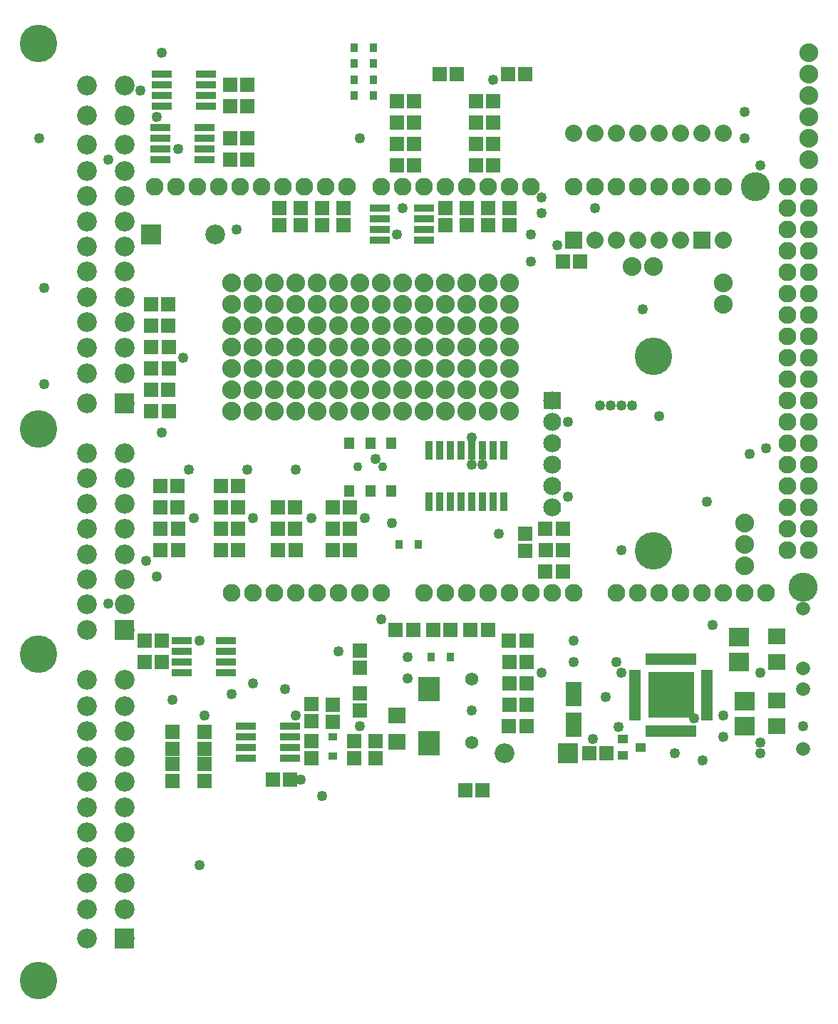
<source format=gts>
G04 MADE WITH FRITZING*
G04 WWW.FRITZING.ORG*
G04 DOUBLE SIDED*
G04 HOLES PLATED*
G04 CONTOUR ON CENTER OF CONTOUR VECTOR*
%ASAXBY*%
%FSLAX23Y23*%
%MOIN*%
%OFA0B0*%
%SFA1.0B1.0*%
%ADD10C,0.049370*%
%ADD11C,0.092000*%
%ADD12C,0.092672*%
%ADD13C,0.175354*%
%ADD14C,0.043465*%
%ADD15C,0.082917*%
%ADD16C,0.088000*%
%ADD17C,0.065433*%
%ADD18C,0.084000*%
%ADD19C,0.080000*%
%ADD20C,0.135984*%
%ADD21C,0.061496*%
%ADD22R,0.092000X0.092000*%
%ADD23R,0.049370X0.055276*%
%ADD24R,0.065118X0.069055*%
%ADD25R,0.020000X0.055000*%
%ADD26R,0.055000X0.020000*%
%ADD27R,0.045433X0.041496*%
%ADD28R,0.072992X0.112362*%
%ADD29R,0.069055X0.065118*%
%ADD30R,0.034803X0.042677*%
%ADD31R,0.042677X0.034803*%
%ADD32R,0.097000X0.034000*%
%ADD33R,0.084000X0.084000*%
%ADD34R,0.080000X0.080000*%
%ADD35R,0.104488X0.112362*%
%ADD36R,0.084803X0.072992*%
%ADD37R,0.096614X0.088740*%
%ADD38R,0.036000X0.090000*%
%ADD39R,0.214724X0.214724*%
%ADD40R,0.001000X0.001000*%
%LNMASK1*%
G90*
G70*
G54D10*
X1090Y1519D03*
X1690Y4119D03*
G54D11*
X715Y3669D03*
X1013Y3669D03*
G54D12*
X590Y378D03*
X413Y378D03*
X590Y515D03*
X413Y515D03*
X590Y637D03*
X413Y637D03*
X590Y756D03*
X413Y756D03*
X590Y874D03*
X413Y874D03*
X590Y992D03*
X413Y992D03*
X590Y1110D03*
X413Y1110D03*
X590Y1228D03*
X413Y1228D03*
X590Y1346D03*
X413Y1346D03*
X590Y1464D03*
X413Y1464D03*
X590Y1586D03*
X413Y1586D03*
X590Y1821D03*
X413Y1821D03*
X590Y1939D03*
X413Y1939D03*
X590Y2057D03*
X413Y2057D03*
X590Y2175D03*
X413Y2175D03*
X590Y2293D03*
X413Y2293D03*
X590Y2411D03*
X413Y2411D03*
X590Y2529D03*
X413Y2529D03*
X590Y2647D03*
X413Y2647D03*
X590Y2882D03*
X413Y2882D03*
X590Y3019D03*
X413Y3019D03*
X590Y3141D03*
X413Y3141D03*
X590Y3259D03*
X413Y3259D03*
X590Y3378D03*
X413Y3378D03*
X590Y3496D03*
X413Y3496D03*
X590Y3614D03*
X413Y3614D03*
X590Y3732D03*
X413Y3732D03*
X590Y3850D03*
X413Y3850D03*
X590Y3968D03*
X413Y3968D03*
X590Y4090D03*
X413Y4090D03*
X590Y4228D03*
X413Y4228D03*
X590Y4366D03*
X413Y4366D03*
G54D13*
X189Y179D03*
X189Y4565D03*
X189Y2759D03*
X189Y1708D03*
G54D10*
X1915Y1694D03*
X1915Y1594D03*
X1390Y1419D03*
X1415Y1119D03*
X815Y1494D03*
X2215Y2594D03*
X2215Y2719D03*
X2265Y2594D03*
X515Y1944D03*
X3490Y4244D03*
X3565Y3994D03*
X190Y4119D03*
G54D14*
X1799Y2583D03*
X1681Y2583D03*
G54D10*
X2540Y3844D03*
X2490Y3544D03*
X2540Y3769D03*
X2790Y3794D03*
X2915Y1619D03*
X1690Y1369D03*
X2215Y1444D03*
X665Y4344D03*
X1115Y3694D03*
X2540Y1619D03*
X1840Y2319D03*
X3015Y3319D03*
X2665Y2444D03*
X3765Y1369D03*
X3090Y2819D03*
X1515Y1044D03*
X2690Y1769D03*
X1865Y3669D03*
X2890Y1669D03*
X2841Y1506D03*
X3255Y1407D03*
X1890Y3794D03*
X840Y4069D03*
X740Y4219D03*
X765Y4519D03*
X215Y3419D03*
X215Y2969D03*
X1765Y2619D03*
X940Y719D03*
X740Y2069D03*
X765Y2744D03*
X2815Y2869D03*
X2865Y2869D03*
X2915Y2869D03*
X2965Y2869D03*
G54D15*
X2990Y1994D03*
X1390Y1994D03*
X3090Y1994D03*
X3190Y1994D03*
X3290Y1994D03*
X3390Y1994D03*
X3690Y3394D03*
X3490Y1994D03*
X3590Y1994D03*
X1430Y3894D03*
X1990Y1994D03*
X2090Y1994D03*
X2190Y1994D03*
X2290Y1994D03*
X3690Y2594D03*
X2390Y1994D03*
X2490Y1994D03*
X2590Y1994D03*
X2690Y1994D03*
X2190Y3894D03*
X3690Y3794D03*
X3690Y2994D03*
X3690Y2194D03*
X1030Y3894D03*
X1790Y1994D03*
X1790Y3894D03*
X3690Y3594D03*
X3690Y3194D03*
X3690Y2794D03*
X3390Y3894D03*
X3690Y2394D03*
X3290Y3894D03*
X3190Y3894D03*
X3090Y3894D03*
X2990Y3894D03*
X2890Y3894D03*
X2790Y3894D03*
X2690Y3894D03*
X830Y3894D03*
X1230Y3894D03*
X1630Y3894D03*
X1190Y1994D03*
X1590Y1994D03*
X2390Y3894D03*
X1990Y3894D03*
X3690Y3894D03*
X3690Y3694D03*
X3690Y3494D03*
X3690Y3294D03*
X3690Y3094D03*
X3690Y2894D03*
X3690Y2694D03*
X3690Y2494D03*
X3690Y2294D03*
X730Y3894D03*
X930Y3894D03*
X1130Y3894D03*
X1330Y3894D03*
X1530Y3894D03*
X1090Y1994D03*
X1290Y1994D03*
X1490Y1994D03*
X1690Y1994D03*
X2490Y3894D03*
X2290Y3894D03*
X2090Y3894D03*
X1890Y3894D03*
X3790Y3894D03*
X3790Y3794D03*
X3790Y3694D03*
X3790Y3594D03*
X3790Y3494D03*
X3790Y3394D03*
X3790Y3294D03*
X3790Y3194D03*
X3790Y3094D03*
X3790Y2994D03*
X3790Y2894D03*
X3790Y2794D03*
X3790Y2694D03*
X3790Y2594D03*
X3790Y2494D03*
X3790Y2394D03*
X3790Y2294D03*
X3790Y2194D03*
X2890Y1994D03*
G54D10*
X3565Y1619D03*
X1790Y1869D03*
G54D16*
X1290Y3244D03*
X2090Y2844D03*
X2090Y3244D03*
X1990Y3344D03*
X1890Y3344D03*
X1990Y2844D03*
X1890Y2844D03*
X1990Y3244D03*
X2090Y3344D03*
X2190Y2844D03*
X2390Y3344D03*
X2390Y2844D03*
X2190Y3244D03*
X2390Y3244D03*
X2290Y3344D03*
X1890Y3244D03*
X2290Y2844D03*
X2190Y3344D03*
X2290Y3244D03*
X1490Y2844D03*
X1490Y3244D03*
X1490Y3344D03*
X1390Y3344D03*
X1390Y2844D03*
X1290Y3344D03*
X1390Y3244D03*
X1290Y2844D03*
X1790Y3344D03*
X1690Y2844D03*
X1690Y3344D03*
X1790Y2844D03*
X1790Y3244D03*
X1590Y3244D03*
X1690Y3244D03*
X1590Y3344D03*
X1590Y2844D03*
X1290Y2944D03*
X2090Y2944D03*
X2190Y2944D03*
X2390Y2944D03*
X1890Y2944D03*
X2290Y2944D03*
X1990Y2944D03*
X1490Y2944D03*
X1390Y2944D03*
X1590Y2944D03*
X1790Y2944D03*
X1690Y2944D03*
X1290Y3044D03*
X1990Y3044D03*
X1890Y3044D03*
X2090Y3044D03*
X2290Y3044D03*
X2190Y3044D03*
X2390Y3044D03*
X1390Y3044D03*
X1490Y3044D03*
X1790Y3044D03*
X1590Y3044D03*
X1690Y3044D03*
X1290Y3144D03*
X2090Y3144D03*
X2190Y3144D03*
X2290Y3144D03*
X2390Y3144D03*
X1990Y3144D03*
X1890Y3144D03*
X1390Y3144D03*
X1590Y3144D03*
X1490Y3144D03*
X1690Y3144D03*
X1790Y3144D03*
G54D10*
X3565Y1294D03*
X3565Y1244D03*
X3390Y1419D03*
X2665Y2794D03*
X2615Y3619D03*
X2315Y4394D03*
X3590Y2669D03*
X2340Y2269D03*
X1590Y1719D03*
X1190Y1569D03*
X1340Y1544D03*
G54D17*
X3765Y1919D03*
X3765Y1639D03*
X3765Y1919D03*
X3765Y1639D03*
G54D10*
X3340Y1844D03*
G54D17*
X3765Y1544D03*
X3765Y1264D03*
X3765Y1544D03*
X3765Y1264D03*
G54D18*
X2592Y2894D03*
X2592Y2794D03*
X2592Y2694D03*
X2592Y2594D03*
X2592Y2494D03*
X2592Y2394D03*
G54D13*
X3064Y3099D03*
X3064Y2189D03*
G54D10*
X940Y1769D03*
X965Y1419D03*
X3315Y2419D03*
X2915Y2194D03*
X2490Y3669D03*
G54D19*
X3390Y4145D03*
X3390Y3645D03*
X3290Y4145D03*
X3290Y3645D03*
X3190Y4145D03*
X3190Y3645D03*
X3090Y4145D03*
X3090Y3645D03*
X2990Y4145D03*
X2990Y3645D03*
X2890Y4145D03*
X2890Y3645D03*
X2790Y4145D03*
X2790Y3645D03*
X2690Y4145D03*
X2690Y3645D03*
G54D10*
X3515Y2644D03*
G54D20*
X3765Y2019D03*
X3540Y3894D03*
G54D11*
X2665Y1244D03*
X2367Y1244D03*
G54D21*
X2215Y1294D03*
X2215Y1590D03*
X2215Y1294D03*
X2215Y1590D03*
G54D10*
X915Y2344D03*
X1190Y2344D03*
X1465Y2344D03*
X1715Y2344D03*
X690Y2144D03*
X865Y3094D03*
X1390Y2569D03*
X1165Y2569D03*
X890Y2569D03*
G54D16*
X3790Y4019D03*
X3790Y4119D03*
X3790Y4219D03*
X3790Y4319D03*
X3790Y4419D03*
X3790Y4519D03*
X3065Y3519D03*
X2965Y3519D03*
X3390Y3444D03*
X3390Y3344D03*
X3490Y2319D03*
X3490Y2219D03*
X3490Y2119D03*
X1090Y3444D03*
X1090Y3344D03*
X1090Y3244D03*
X1090Y3144D03*
X1090Y3044D03*
X1090Y2944D03*
X1090Y2844D03*
X1190Y3444D03*
X1190Y3344D03*
X1190Y3244D03*
X1190Y3144D03*
X1190Y3044D03*
X1190Y2944D03*
X1190Y2844D03*
X2390Y3444D03*
X1890Y3444D03*
X2090Y3444D03*
X1990Y3444D03*
X2290Y3444D03*
X2190Y3444D03*
X1490Y3444D03*
X1390Y3444D03*
X1290Y3444D03*
X1790Y3444D03*
X1690Y3444D03*
X1590Y3444D03*
G54D10*
X3490Y4119D03*
X2900Y1368D03*
X3294Y1210D03*
X3165Y1244D03*
X3390Y1319D03*
X2782Y1309D03*
X515Y4019D03*
X2690Y1669D03*
G54D22*
X714Y3669D03*
G54D23*
X1838Y2694D03*
X1740Y2694D03*
X1642Y2694D03*
X1838Y2472D03*
X1740Y2472D03*
X1642Y2472D03*
G54D24*
X2290Y1819D03*
X2209Y1819D03*
X2640Y3544D03*
X2721Y3544D03*
G54D25*
X3038Y1348D03*
X3058Y1348D03*
X3077Y1348D03*
X3097Y1348D03*
X3117Y1348D03*
X3137Y1348D03*
X3156Y1348D03*
X3176Y1348D03*
X3196Y1348D03*
X3215Y1348D03*
X3235Y1348D03*
X3255Y1348D03*
G54D26*
X3314Y1407D03*
X3314Y1427D03*
X3314Y1447D03*
X3314Y1466D03*
X3314Y1486D03*
X3314Y1506D03*
X3314Y1525D03*
X3314Y1545D03*
X3314Y1565D03*
X3314Y1584D03*
X3314Y1604D03*
X3314Y1624D03*
G54D25*
X3255Y1683D03*
X3235Y1683D03*
X3215Y1683D03*
X3196Y1683D03*
X3176Y1683D03*
X3156Y1683D03*
X3137Y1683D03*
X3117Y1683D03*
X3097Y1683D03*
X3077Y1683D03*
X3058Y1683D03*
X3038Y1683D03*
G54D26*
X2979Y1624D03*
X2979Y1604D03*
X2979Y1584D03*
X2979Y1565D03*
X2979Y1545D03*
X2979Y1525D03*
X2979Y1506D03*
X2979Y1486D03*
X2979Y1466D03*
X2979Y1447D03*
X2979Y1427D03*
X2979Y1407D03*
G54D27*
X2920Y1309D03*
X2920Y1234D03*
X3003Y1271D03*
G54D28*
X2690Y1378D03*
X2690Y1519D03*
G54D24*
X2640Y2094D03*
X2559Y2094D03*
X2560Y2194D03*
X2640Y2194D03*
X2640Y2294D03*
X2559Y2294D03*
G54D29*
X2390Y3794D03*
X2390Y3714D03*
X2290Y3794D03*
X2290Y3714D03*
G54D24*
X2065Y4419D03*
X2146Y4419D03*
X2465Y4419D03*
X2384Y4419D03*
G54D29*
X2090Y3794D03*
X2090Y3714D03*
X2190Y3794D03*
X2190Y3714D03*
X2465Y2189D03*
X2465Y2269D03*
X1565Y1469D03*
X1565Y1389D03*
G54D30*
X1965Y2219D03*
X1875Y2219D03*
G54D31*
X1565Y1319D03*
X1565Y1229D03*
G54D32*
X1065Y1669D03*
X859Y1619D03*
X859Y1719D03*
X1065Y1719D03*
X859Y1669D03*
X1065Y1769D03*
X859Y1769D03*
X1065Y1619D03*
G54D33*
X2592Y2894D03*
G54D24*
X2115Y1819D03*
X2034Y1819D03*
X759Y2394D03*
X839Y2394D03*
G54D34*
X2690Y3645D03*
X3290Y3645D03*
G54D22*
X2666Y1244D03*
G54D24*
X759Y2494D03*
X839Y2494D03*
X1565Y2294D03*
X1646Y2294D03*
X1565Y2394D03*
X1646Y2394D03*
X1940Y1819D03*
X1859Y1819D03*
G54D30*
X2115Y1694D03*
X2025Y1694D03*
G54D24*
X797Y3044D03*
X716Y3044D03*
X715Y3244D03*
X796Y3244D03*
X715Y2944D03*
X796Y2944D03*
G54D29*
X815Y1114D03*
X815Y1194D03*
X965Y1114D03*
X965Y1194D03*
X965Y1264D03*
X965Y1344D03*
G54D24*
X797Y3144D03*
X716Y3144D03*
G54D29*
X815Y1264D03*
X815Y1344D03*
G54D35*
X2015Y1292D03*
X2015Y1544D03*
G54D24*
X1865Y3994D03*
X1946Y3994D03*
G54D30*
X1665Y4469D03*
X1756Y4469D03*
X1665Y4544D03*
X1756Y4544D03*
X1665Y4319D03*
X1756Y4319D03*
X1665Y4394D03*
X1756Y4394D03*
G54D24*
X840Y2294D03*
X759Y2294D03*
X2315Y4294D03*
X2234Y4294D03*
G54D29*
X1465Y1394D03*
X1465Y1475D03*
X1465Y1219D03*
X1465Y1300D03*
G54D24*
X1365Y1119D03*
X1284Y1119D03*
X2265Y1069D03*
X2184Y1069D03*
X840Y2194D03*
X759Y2194D03*
X2765Y1244D03*
X2846Y1244D03*
X715Y3344D03*
X796Y3344D03*
X797Y2844D03*
X716Y2844D03*
X2471Y1569D03*
X2390Y1569D03*
X1390Y2194D03*
X1309Y2194D03*
X1646Y2194D03*
X1566Y2194D03*
G54D36*
X3640Y1669D03*
X3640Y1791D03*
X3640Y1369D03*
X3640Y1491D03*
X1865Y1419D03*
X1865Y1297D03*
G54D24*
X1865Y4294D03*
X1946Y4294D03*
X2315Y4194D03*
X2234Y4194D03*
X1865Y4194D03*
X1946Y4194D03*
G54D37*
X3465Y1787D03*
X3465Y1669D03*
X3490Y1487D03*
X3490Y1369D03*
G54D29*
X1515Y3794D03*
X1515Y3714D03*
X1315Y3794D03*
X1315Y3714D03*
X1615Y3794D03*
X1615Y3714D03*
X1415Y3794D03*
X1415Y3714D03*
G54D24*
X1165Y4269D03*
X1084Y4269D03*
X1165Y4019D03*
X1084Y4019D03*
X1165Y4369D03*
X1084Y4369D03*
X1165Y4119D03*
X1084Y4119D03*
X2315Y4094D03*
X2234Y4094D03*
X2315Y3994D03*
X2234Y3994D03*
X1865Y4094D03*
X1946Y4094D03*
G54D32*
X1365Y1269D03*
X1159Y1219D03*
X1159Y1319D03*
X1365Y1319D03*
X1159Y1269D03*
X1365Y1369D03*
X1159Y1369D03*
X1365Y1219D03*
X1990Y3694D03*
X1784Y3644D03*
X1784Y3744D03*
X1990Y3744D03*
X1784Y3694D03*
X1990Y3794D03*
X1784Y3794D03*
X1990Y3644D03*
X971Y4319D03*
X765Y4269D03*
X765Y4369D03*
X971Y4369D03*
X765Y4319D03*
X971Y4419D03*
X765Y4419D03*
X971Y4269D03*
X965Y4069D03*
X759Y4019D03*
X759Y4119D03*
X965Y4119D03*
X759Y4069D03*
X965Y4169D03*
X759Y4169D03*
X965Y4019D03*
G54D24*
X1121Y2294D03*
X1040Y2294D03*
X1121Y2194D03*
X1040Y2194D03*
G54D29*
X1765Y1219D03*
X1765Y1300D03*
X1665Y1219D03*
X1665Y1300D03*
X1690Y1444D03*
X1690Y1525D03*
X1690Y1725D03*
X1690Y1644D03*
G54D24*
X2390Y1669D03*
X2471Y1669D03*
X1040Y2394D03*
X1120Y2394D03*
X1040Y2494D03*
X1121Y2494D03*
G54D38*
X2015Y2419D03*
X2065Y2419D03*
X2115Y2419D03*
X2165Y2419D03*
X2215Y2419D03*
X2265Y2419D03*
X2315Y2419D03*
X2365Y2419D03*
X2365Y2661D03*
X2315Y2661D03*
X2265Y2661D03*
X2215Y2661D03*
X2165Y2661D03*
X2115Y2661D03*
X2065Y2661D03*
X2015Y2661D03*
G54D24*
X1309Y2394D03*
X1389Y2394D03*
X1309Y2294D03*
X1389Y2294D03*
X2471Y1469D03*
X2390Y1469D03*
X2389Y1369D03*
X2470Y1369D03*
X2389Y1769D03*
X2470Y1769D03*
X684Y1669D03*
X765Y1669D03*
X765Y1769D03*
X684Y1769D03*
G54D39*
X3147Y1517D03*
G54D40*
X544Y2928D02*
X635Y2928D01*
X544Y2927D02*
X635Y2927D01*
X544Y2926D02*
X635Y2926D01*
X544Y2925D02*
X635Y2925D01*
X544Y2924D02*
X635Y2924D01*
X544Y2923D02*
X635Y2923D01*
X544Y2922D02*
X635Y2922D01*
X544Y2921D02*
X635Y2921D01*
X544Y2920D02*
X635Y2920D01*
X544Y2919D02*
X635Y2919D01*
X544Y2918D02*
X635Y2918D01*
X544Y2917D02*
X635Y2917D01*
X544Y2916D02*
X635Y2916D01*
X544Y2915D02*
X635Y2915D01*
X544Y2914D02*
X635Y2914D01*
X544Y2913D02*
X635Y2913D01*
X544Y2912D02*
X635Y2912D01*
X544Y2911D02*
X635Y2911D01*
X544Y2910D02*
X635Y2910D01*
X544Y2909D02*
X635Y2909D01*
X544Y2908D02*
X635Y2908D01*
X544Y2907D02*
X635Y2907D01*
X544Y2906D02*
X635Y2906D01*
X544Y2905D02*
X635Y2905D01*
X544Y2904D02*
X635Y2904D01*
X544Y2903D02*
X635Y2903D01*
X544Y2902D02*
X635Y2902D01*
X544Y2901D02*
X635Y2901D01*
X544Y2900D02*
X635Y2900D01*
X544Y2899D02*
X635Y2899D01*
X544Y2898D02*
X583Y2898D01*
X596Y2898D02*
X635Y2898D01*
X544Y2897D02*
X581Y2897D01*
X598Y2897D02*
X635Y2897D01*
X544Y2896D02*
X579Y2896D01*
X600Y2896D02*
X635Y2896D01*
X544Y2895D02*
X578Y2895D01*
X601Y2895D02*
X635Y2895D01*
X544Y2894D02*
X577Y2894D01*
X602Y2894D02*
X635Y2894D01*
X544Y2893D02*
X576Y2893D01*
X603Y2893D02*
X635Y2893D01*
X544Y2892D02*
X575Y2892D01*
X604Y2892D02*
X635Y2892D01*
X544Y2891D02*
X575Y2891D01*
X605Y2891D02*
X635Y2891D01*
X544Y2890D02*
X574Y2890D01*
X605Y2890D02*
X635Y2890D01*
X544Y2889D02*
X573Y2889D01*
X606Y2889D02*
X635Y2889D01*
X544Y2888D02*
X573Y2888D01*
X606Y2888D02*
X635Y2888D01*
X544Y2887D02*
X573Y2887D01*
X606Y2887D02*
X635Y2887D01*
X544Y2886D02*
X572Y2886D01*
X607Y2886D02*
X635Y2886D01*
X544Y2885D02*
X572Y2885D01*
X607Y2885D02*
X635Y2885D01*
X544Y2884D02*
X572Y2884D01*
X607Y2884D02*
X635Y2884D01*
X544Y2883D02*
X572Y2883D01*
X607Y2883D02*
X635Y2883D01*
X544Y2882D02*
X572Y2882D01*
X607Y2882D02*
X635Y2882D01*
X544Y2881D02*
X572Y2881D01*
X607Y2881D02*
X635Y2881D01*
X544Y2880D02*
X572Y2880D01*
X607Y2880D02*
X635Y2880D01*
X544Y2879D02*
X572Y2879D01*
X607Y2879D02*
X635Y2879D01*
X544Y2878D02*
X572Y2878D01*
X607Y2878D02*
X635Y2878D01*
X544Y2877D02*
X573Y2877D01*
X607Y2877D02*
X635Y2877D01*
X544Y2876D02*
X573Y2876D01*
X606Y2876D02*
X635Y2876D01*
X544Y2875D02*
X573Y2875D01*
X606Y2875D02*
X635Y2875D01*
X544Y2874D02*
X574Y2874D01*
X605Y2874D02*
X635Y2874D01*
X544Y2873D02*
X574Y2873D01*
X605Y2873D02*
X635Y2873D01*
X544Y2872D02*
X575Y2872D01*
X604Y2872D02*
X635Y2872D01*
X544Y2871D02*
X576Y2871D01*
X603Y2871D02*
X635Y2871D01*
X544Y2870D02*
X577Y2870D01*
X603Y2870D02*
X635Y2870D01*
X544Y2869D02*
X578Y2869D01*
X601Y2869D02*
X635Y2869D01*
X544Y2868D02*
X579Y2868D01*
X600Y2868D02*
X635Y2868D01*
X544Y2867D02*
X580Y2867D01*
X599Y2867D02*
X635Y2867D01*
X544Y2866D02*
X582Y2866D01*
X597Y2866D02*
X635Y2866D01*
X544Y2865D02*
X585Y2865D01*
X594Y2865D02*
X635Y2865D01*
X544Y2864D02*
X635Y2864D01*
X544Y2863D02*
X635Y2863D01*
X544Y2862D02*
X635Y2862D01*
X544Y2861D02*
X635Y2861D01*
X544Y2860D02*
X635Y2860D01*
X544Y2859D02*
X635Y2859D01*
X544Y2858D02*
X635Y2858D01*
X544Y2857D02*
X635Y2857D01*
X544Y2856D02*
X635Y2856D01*
X544Y2855D02*
X635Y2855D01*
X544Y2854D02*
X635Y2854D01*
X544Y2853D02*
X635Y2853D01*
X544Y2852D02*
X635Y2852D01*
X544Y2851D02*
X635Y2851D01*
X544Y2850D02*
X635Y2850D01*
X544Y2849D02*
X635Y2849D01*
X544Y2848D02*
X635Y2848D01*
X544Y2847D02*
X635Y2847D01*
X544Y2846D02*
X635Y2846D01*
X544Y2845D02*
X635Y2845D01*
X544Y2844D02*
X635Y2844D01*
X544Y2843D02*
X635Y2843D01*
X544Y2842D02*
X635Y2842D01*
X544Y2841D02*
X635Y2841D01*
X544Y2840D02*
X635Y2840D01*
X544Y2839D02*
X635Y2839D01*
X544Y2838D02*
X635Y2838D01*
X544Y2837D02*
X635Y2837D01*
X544Y2836D02*
X635Y2836D01*
X544Y1867D02*
X635Y1867D01*
X544Y1866D02*
X635Y1866D01*
X544Y1865D02*
X635Y1865D01*
X544Y1864D02*
X635Y1864D01*
X544Y1863D02*
X635Y1863D01*
X544Y1862D02*
X635Y1862D01*
X544Y1861D02*
X635Y1861D01*
X544Y1860D02*
X635Y1860D01*
X544Y1859D02*
X635Y1859D01*
X544Y1858D02*
X635Y1858D01*
X544Y1857D02*
X635Y1857D01*
X544Y1856D02*
X635Y1856D01*
X544Y1855D02*
X635Y1855D01*
X544Y1854D02*
X635Y1854D01*
X544Y1853D02*
X635Y1853D01*
X544Y1852D02*
X635Y1852D01*
X544Y1851D02*
X635Y1851D01*
X544Y1850D02*
X635Y1850D01*
X544Y1849D02*
X635Y1849D01*
X544Y1848D02*
X635Y1848D01*
X544Y1847D02*
X635Y1847D01*
X544Y1846D02*
X635Y1846D01*
X544Y1845D02*
X635Y1845D01*
X544Y1844D02*
X635Y1844D01*
X544Y1843D02*
X635Y1843D01*
X544Y1842D02*
X635Y1842D01*
X544Y1841D02*
X635Y1841D01*
X544Y1840D02*
X635Y1840D01*
X544Y1839D02*
X635Y1839D01*
X544Y1838D02*
X635Y1838D01*
X544Y1837D02*
X583Y1837D01*
X596Y1837D02*
X635Y1837D01*
X544Y1836D02*
X581Y1836D01*
X598Y1836D02*
X635Y1836D01*
X544Y1835D02*
X579Y1835D01*
X600Y1835D02*
X635Y1835D01*
X544Y1834D02*
X578Y1834D01*
X601Y1834D02*
X635Y1834D01*
X544Y1833D02*
X577Y1833D01*
X602Y1833D02*
X635Y1833D01*
X544Y1832D02*
X576Y1832D01*
X603Y1832D02*
X635Y1832D01*
X544Y1831D02*
X575Y1831D01*
X604Y1831D02*
X635Y1831D01*
X544Y1830D02*
X575Y1830D01*
X605Y1830D02*
X635Y1830D01*
X544Y1829D02*
X574Y1829D01*
X605Y1829D02*
X635Y1829D01*
X544Y1828D02*
X573Y1828D01*
X606Y1828D02*
X635Y1828D01*
X544Y1827D02*
X573Y1827D01*
X606Y1827D02*
X635Y1827D01*
X544Y1826D02*
X573Y1826D01*
X606Y1826D02*
X635Y1826D01*
X544Y1825D02*
X572Y1825D01*
X607Y1825D02*
X635Y1825D01*
X544Y1824D02*
X572Y1824D01*
X607Y1824D02*
X635Y1824D01*
X544Y1823D02*
X572Y1823D01*
X607Y1823D02*
X635Y1823D01*
X544Y1822D02*
X572Y1822D01*
X607Y1822D02*
X635Y1822D01*
X544Y1821D02*
X572Y1821D01*
X607Y1821D02*
X635Y1821D01*
X544Y1820D02*
X572Y1820D01*
X607Y1820D02*
X635Y1820D01*
X544Y1819D02*
X572Y1819D01*
X607Y1819D02*
X635Y1819D01*
X544Y1818D02*
X572Y1818D01*
X607Y1818D02*
X635Y1818D01*
X544Y1817D02*
X572Y1817D01*
X607Y1817D02*
X635Y1817D01*
X544Y1816D02*
X573Y1816D01*
X607Y1816D02*
X635Y1816D01*
X544Y1815D02*
X573Y1815D01*
X606Y1815D02*
X635Y1815D01*
X544Y1814D02*
X573Y1814D01*
X606Y1814D02*
X635Y1814D01*
X544Y1813D02*
X574Y1813D01*
X605Y1813D02*
X635Y1813D01*
X544Y1812D02*
X574Y1812D01*
X605Y1812D02*
X635Y1812D01*
X544Y1811D02*
X575Y1811D01*
X604Y1811D02*
X635Y1811D01*
X544Y1810D02*
X576Y1810D01*
X603Y1810D02*
X635Y1810D01*
X544Y1809D02*
X577Y1809D01*
X602Y1809D02*
X635Y1809D01*
X544Y1808D02*
X578Y1808D01*
X601Y1808D02*
X635Y1808D01*
X544Y1807D02*
X579Y1807D01*
X600Y1807D02*
X635Y1807D01*
X544Y1806D02*
X580Y1806D01*
X599Y1806D02*
X635Y1806D01*
X544Y1805D02*
X582Y1805D01*
X597Y1805D02*
X635Y1805D01*
X544Y1804D02*
X586Y1804D01*
X594Y1804D02*
X635Y1804D01*
X544Y1803D02*
X635Y1803D01*
X544Y1802D02*
X635Y1802D01*
X544Y1801D02*
X635Y1801D01*
X544Y1800D02*
X635Y1800D01*
X544Y1799D02*
X635Y1799D01*
X544Y1798D02*
X635Y1798D01*
X544Y1797D02*
X635Y1797D01*
X544Y1796D02*
X635Y1796D01*
X544Y1795D02*
X635Y1795D01*
X544Y1794D02*
X635Y1794D01*
X544Y1793D02*
X635Y1793D01*
X544Y1792D02*
X635Y1792D01*
X544Y1791D02*
X635Y1791D01*
X544Y1790D02*
X635Y1790D01*
X544Y1789D02*
X635Y1789D01*
X544Y1788D02*
X635Y1788D01*
X544Y1787D02*
X635Y1787D01*
X544Y1786D02*
X635Y1786D01*
X544Y1785D02*
X635Y1785D01*
X544Y1784D02*
X635Y1784D01*
X544Y1783D02*
X635Y1783D01*
X544Y1782D02*
X635Y1782D01*
X544Y1781D02*
X635Y1781D01*
X544Y1780D02*
X635Y1780D01*
X544Y1779D02*
X635Y1779D01*
X544Y1778D02*
X635Y1778D01*
X544Y1777D02*
X635Y1777D01*
X544Y1776D02*
X635Y1776D01*
X544Y1775D02*
X635Y1775D01*
X544Y424D02*
X635Y424D01*
X544Y423D02*
X635Y423D01*
X544Y422D02*
X635Y422D01*
X544Y421D02*
X635Y421D01*
X544Y420D02*
X635Y420D01*
X544Y419D02*
X635Y419D01*
X544Y418D02*
X635Y418D01*
X544Y417D02*
X635Y417D01*
X544Y416D02*
X635Y416D01*
X544Y415D02*
X635Y415D01*
X544Y414D02*
X635Y414D01*
X544Y413D02*
X635Y413D01*
X544Y412D02*
X635Y412D01*
X544Y411D02*
X635Y411D01*
X544Y410D02*
X635Y410D01*
X544Y409D02*
X635Y409D01*
X544Y408D02*
X635Y408D01*
X544Y407D02*
X635Y407D01*
X544Y406D02*
X635Y406D01*
X544Y405D02*
X635Y405D01*
X544Y404D02*
X635Y404D01*
X544Y403D02*
X635Y403D01*
X544Y402D02*
X635Y402D01*
X544Y401D02*
X635Y401D01*
X544Y400D02*
X635Y400D01*
X544Y399D02*
X635Y399D01*
X544Y398D02*
X635Y398D01*
X544Y397D02*
X635Y397D01*
X544Y396D02*
X635Y396D01*
X544Y395D02*
X587Y395D01*
X592Y395D02*
X635Y395D01*
X544Y394D02*
X583Y394D01*
X597Y394D02*
X635Y394D01*
X544Y393D02*
X581Y393D01*
X598Y393D02*
X635Y393D01*
X544Y392D02*
X579Y392D01*
X600Y392D02*
X635Y392D01*
X544Y391D02*
X578Y391D01*
X601Y391D02*
X635Y391D01*
X544Y390D02*
X577Y390D01*
X602Y390D02*
X635Y390D01*
X544Y389D02*
X576Y389D01*
X603Y389D02*
X635Y389D01*
X544Y388D02*
X575Y388D01*
X604Y388D02*
X635Y388D01*
X544Y387D02*
X574Y387D01*
X605Y387D02*
X635Y387D01*
X544Y386D02*
X574Y386D01*
X605Y386D02*
X635Y386D01*
X544Y385D02*
X573Y385D01*
X606Y385D02*
X635Y385D01*
X544Y384D02*
X573Y384D01*
X606Y384D02*
X635Y384D01*
X544Y383D02*
X573Y383D01*
X607Y383D02*
X635Y383D01*
X544Y382D02*
X572Y382D01*
X607Y382D02*
X635Y382D01*
X544Y381D02*
X572Y381D01*
X607Y381D02*
X635Y381D01*
X544Y380D02*
X572Y380D01*
X607Y380D02*
X635Y380D01*
X544Y379D02*
X572Y379D01*
X607Y379D02*
X635Y379D01*
X544Y378D02*
X572Y378D01*
X607Y378D02*
X635Y378D01*
X544Y377D02*
X572Y377D01*
X607Y377D02*
X635Y377D01*
X544Y376D02*
X572Y376D01*
X607Y376D02*
X635Y376D01*
X544Y375D02*
X572Y375D01*
X607Y375D02*
X635Y375D01*
X544Y374D02*
X572Y374D01*
X607Y374D02*
X635Y374D01*
X544Y373D02*
X573Y373D01*
X607Y373D02*
X635Y373D01*
X544Y372D02*
X573Y372D01*
X606Y372D02*
X635Y372D01*
X544Y371D02*
X573Y371D01*
X606Y371D02*
X635Y371D01*
X544Y370D02*
X574Y370D01*
X605Y370D02*
X635Y370D01*
X544Y369D02*
X574Y369D01*
X605Y369D02*
X635Y369D01*
X544Y368D02*
X575Y368D01*
X604Y368D02*
X635Y368D01*
X544Y367D02*
X576Y367D01*
X603Y367D02*
X635Y367D01*
X544Y366D02*
X577Y366D01*
X603Y366D02*
X635Y366D01*
X544Y365D02*
X578Y365D01*
X601Y365D02*
X635Y365D01*
X544Y364D02*
X579Y364D01*
X600Y364D02*
X635Y364D01*
X544Y363D02*
X581Y363D01*
X598Y363D02*
X635Y363D01*
X544Y362D02*
X583Y362D01*
X596Y362D02*
X635Y362D01*
X544Y361D02*
X586Y361D01*
X593Y361D02*
X635Y361D01*
X544Y360D02*
X635Y360D01*
X544Y359D02*
X635Y359D01*
X544Y358D02*
X635Y358D01*
X544Y357D02*
X635Y357D01*
X544Y356D02*
X635Y356D01*
X544Y355D02*
X635Y355D01*
X544Y354D02*
X635Y354D01*
X544Y353D02*
X635Y353D01*
X544Y352D02*
X635Y352D01*
X544Y351D02*
X635Y351D01*
X544Y350D02*
X635Y350D01*
X544Y349D02*
X635Y349D01*
X544Y348D02*
X635Y348D01*
X544Y347D02*
X635Y347D01*
X544Y346D02*
X635Y346D01*
X544Y345D02*
X635Y345D01*
X544Y344D02*
X635Y344D01*
X544Y343D02*
X635Y343D01*
X544Y342D02*
X635Y342D01*
X544Y341D02*
X635Y341D01*
X544Y340D02*
X635Y340D01*
X544Y339D02*
X635Y339D01*
X544Y338D02*
X635Y338D01*
X544Y337D02*
X635Y337D01*
X544Y336D02*
X635Y336D01*
X544Y335D02*
X635Y335D01*
X544Y334D02*
X635Y334D01*
X544Y333D02*
X635Y333D01*
X544Y332D02*
X635Y332D01*
D02*
G04 End of Mask1*
M02*
</source>
